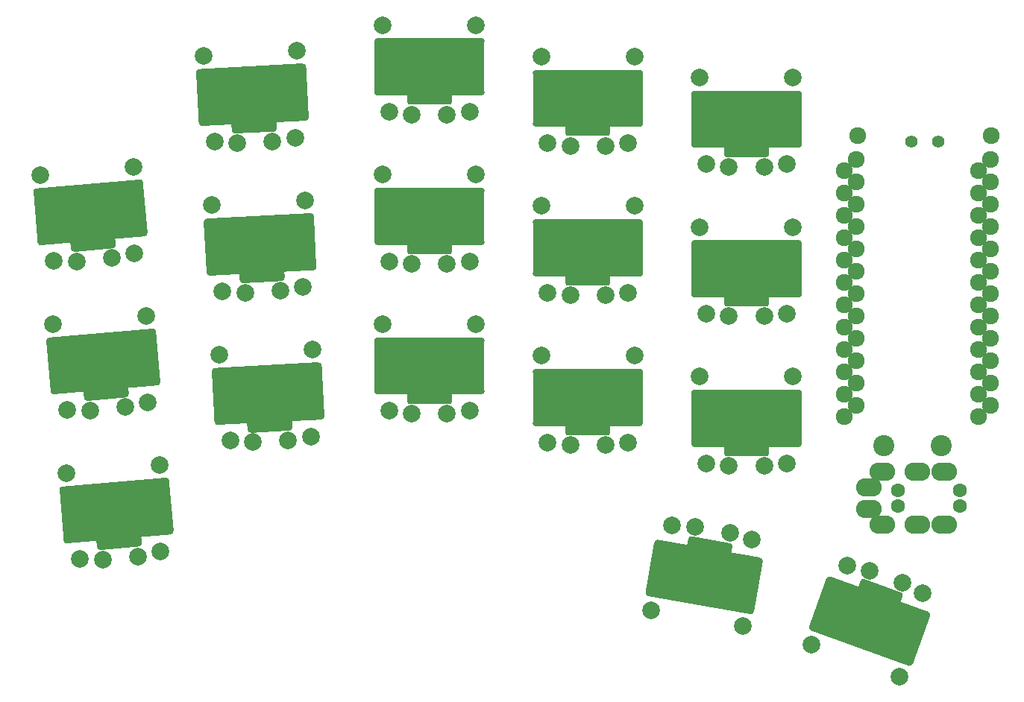
<source format=gbs>
G04 #@! TF.GenerationSoftware,KiCad,Pcbnew,5.1.6*
G04 #@! TF.CreationDate,2020-09-30T09:09:17+01:00*
G04 #@! TF.ProjectId,cradio,63726164-696f-42e6-9b69-6361645f7063,2.1*
G04 #@! TF.SameCoordinates,Original*
G04 #@! TF.FileFunction,Soldermask,Bot*
G04 #@! TF.FilePolarity,Negative*
%FSLAX46Y46*%
G04 Gerber Fmt 4.6, Leading zero omitted, Abs format (unit mm)*
G04 Created by KiCad (PCBNEW 5.1.6) date 2020-09-30 09:09:17*
%MOMM*%
%LPD*%
G01*
G04 APERTURE LIST*
%ADD10C,1.924000*%
%ADD11C,1.400000*%
%ADD12C,2.000000*%
%ADD13O,5.100000X1.400000*%
%ADD14O,0.700000X1.600000*%
%ADD15O,5.100000X0.700000*%
%ADD16O,1.400000X6.300000*%
%ADD17O,0.700000X6.500000*%
%ADD18O,12.500000X0.700000*%
%ADD19O,12.250000X6.300000*%
%ADD20C,2.400000*%
%ADD21O,2.900000X2.100000*%
%ADD22C,1.600000*%
G04 APERTURE END LIST*
D10*
X142370000Y-36742000D03*
X142370000Y-39282000D03*
X142370000Y-41822000D03*
X142370000Y-44362000D03*
X142370000Y-46902000D03*
X142370000Y-49442000D03*
X142370000Y-51982000D03*
X142370000Y-54522000D03*
X142370000Y-57062000D03*
X142370000Y-59602000D03*
X142370000Y-62142000D03*
X142370000Y-64682000D03*
X127130000Y-64682000D03*
X127130000Y-62142000D03*
X127130000Y-59602000D03*
X127130000Y-57062000D03*
X127130000Y-54522000D03*
X127130000Y-51982000D03*
X127130000Y-49442000D03*
X127130000Y-46902000D03*
X127130000Y-44362000D03*
X127130000Y-41822000D03*
X127130000Y-39282000D03*
X127130000Y-36742000D03*
X143676400Y-35472000D03*
X143676400Y-38012000D03*
X143676400Y-40552000D03*
X143676400Y-43092000D03*
X143676400Y-45632000D03*
X143676400Y-48172000D03*
X143676400Y-50712000D03*
X143676400Y-53252000D03*
X143676400Y-55792000D03*
X143676400Y-58332000D03*
X143676400Y-60872000D03*
X143676400Y-63412000D03*
X128456400Y-63412000D03*
X128456400Y-60872000D03*
X128456400Y-58332000D03*
X128456400Y-55792000D03*
X128456400Y-53252000D03*
X128456400Y-50712000D03*
X128456400Y-48172000D03*
X128456400Y-45632000D03*
X128456400Y-43092000D03*
X128456400Y-40552000D03*
X128456400Y-38012000D03*
X128456400Y-35472000D03*
X143816400Y-32792000D03*
X128596400Y-32792000D03*
D11*
X134740000Y-33500000D03*
X137740000Y-33500000D03*
G36*
G01*
X109296509Y-79040370D02*
X109296510Y-79040370D01*
G75*
G02*
X110107429Y-78472559I689365J-121554D01*
G01*
X113751217Y-79115057D01*
G75*
G02*
X114319028Y-79925976I-121554J-689365D01*
G01*
X114319028Y-79925976D01*
G75*
G02*
X113508109Y-80493787I-689365J121554D01*
G01*
X109864321Y-79851289D01*
G75*
G02*
X109296510Y-79040370I121554J689365D01*
G01*
G37*
G36*
G01*
X109780111Y-78313301D02*
X109780111Y-78313301D01*
G75*
G02*
X110064017Y-78718761I-60777J-344683D01*
G01*
X109907733Y-79605087D01*
G75*
G02*
X109502273Y-79888993I-344683J60777D01*
G01*
X109502273Y-79888993D01*
G75*
G02*
X109218367Y-79483533I60777J344683D01*
G01*
X109374651Y-78597207D01*
G75*
G02*
X109780111Y-78313301I344683J-60777D01*
G01*
G37*
G36*
G01*
X114113265Y-79077353D02*
X114113265Y-79077353D01*
G75*
G02*
X114397171Y-79482813I-60777J-344683D01*
G01*
X114240887Y-80369139D01*
G75*
G02*
X113835427Y-80653045I-344683J60777D01*
G01*
X113835427Y-80653045D01*
G75*
G02*
X113551521Y-80247585I60777J344683D01*
G01*
X113707805Y-79361259D01*
G75*
G02*
X114113265Y-79077353I344683J-60777D01*
G01*
G37*
G36*
G01*
X109374650Y-78597206D02*
X109374650Y-78597206D01*
G75*
G02*
X109780110Y-78313300I344683J-60777D01*
G01*
X114113264Y-79077352D01*
G75*
G02*
X114397170Y-79482812I-60777J-344683D01*
G01*
X114397170Y-79482812D01*
G75*
G02*
X113991710Y-79766718I-344683J60777D01*
G01*
X109658556Y-79002666D01*
G75*
G02*
X109374650Y-78597206I60777J344683D01*
G01*
G37*
G36*
G01*
X115363767Y-86151979D02*
X116214643Y-81326421D01*
G75*
G02*
X117025562Y-80758610I689365J-121554D01*
G01*
X117025562Y-80758610D01*
G75*
G02*
X117593373Y-81569529I-121554J-689365D01*
G01*
X116742497Y-86395087D01*
G75*
G02*
X115931578Y-86962898I-689365J121554D01*
G01*
X115931578Y-86962898D01*
G75*
G02*
X115363767Y-86151979I121554J689365D01*
G01*
G37*
G36*
G01*
X114605465Y-86018270D02*
X115456341Y-81192712D01*
G75*
G02*
X116267260Y-80624901I689365J-121554D01*
G01*
X116267260Y-80624901D01*
G75*
G02*
X116835071Y-81435820I-121554J-689365D01*
G01*
X115984195Y-86261378D01*
G75*
G02*
X115173276Y-86829189I-689365J121554D01*
G01*
X115173276Y-86829189D01*
G75*
G02*
X114605465Y-86018270I121554J689365D01*
G01*
G37*
G36*
G01*
X114221390Y-85950547D02*
X115072266Y-81124989D01*
G75*
G02*
X115883185Y-80557178I689365J-121554D01*
G01*
X115883185Y-80557178D01*
G75*
G02*
X116450996Y-81368097I-121554J-689365D01*
G01*
X115600120Y-86193655D01*
G75*
G02*
X114789201Y-86761466I-689365J121554D01*
G01*
X114789201Y-86761466D01*
G75*
G02*
X114221390Y-85950547I121554J689365D01*
G01*
G37*
G36*
G01*
X105949004Y-84491903D02*
X106799880Y-79666345D01*
G75*
G02*
X107610799Y-79098534I689365J-121554D01*
G01*
X107610799Y-79098534D01*
G75*
G02*
X108178610Y-79909453I-121554J-689365D01*
G01*
X107327734Y-84735011D01*
G75*
G02*
X106516815Y-85302822I-689365J121554D01*
G01*
X106516815Y-85302822D01*
G75*
G02*
X105949004Y-84491903I121554J689365D01*
G01*
G37*
G36*
G01*
X105564929Y-84424180D02*
X106415805Y-79598622D01*
G75*
G02*
X107226724Y-79030811I689365J-121554D01*
G01*
X107226724Y-79030811D01*
G75*
G02*
X107794535Y-79841730I-121554J-689365D01*
G01*
X106943659Y-84667288D01*
G75*
G02*
X106132740Y-85235099I-689365J121554D01*
G01*
X106132740Y-85235099D01*
G75*
G02*
X105564929Y-84424180I121554J689365D01*
G01*
G37*
G36*
G01*
X105953991Y-78704851D02*
X105953991Y-78704851D01*
G75*
G02*
X106237897Y-79110311I-60777J-344683D01*
G01*
X105230737Y-84822195D01*
G75*
G02*
X104825277Y-85106101I-344683J60777D01*
G01*
X104825277Y-85106101D01*
G75*
G02*
X104541371Y-84700641I60777J344683D01*
G01*
X105548531Y-78988757D01*
G75*
G02*
X105953991Y-78704851I344683J-60777D01*
G01*
G37*
G36*
G01*
X117574723Y-80753899D02*
X117574723Y-80753899D01*
G75*
G02*
X117858629Y-81159359I-60777J-344683D01*
G01*
X116851469Y-86871243D01*
G75*
G02*
X116446009Y-87155149I-344683J60777D01*
G01*
X116446009Y-87155149D01*
G75*
G02*
X116162103Y-86749689I60777J344683D01*
G01*
X117169263Y-81037805D01*
G75*
G02*
X117574723Y-80753899I344683J-60777D01*
G01*
G37*
G36*
G01*
X105548532Y-78988757D02*
X105548531Y-78988757D01*
G75*
G02*
X105953991Y-78704851I344683J-60777D01*
G01*
X117574723Y-80753899D01*
G75*
G02*
X117858629Y-81159359I-60777J-344683D01*
G01*
X117858629Y-81159359D01*
G75*
G02*
X117453169Y-81443265I-344683J60777D01*
G01*
X105832437Y-79394217D01*
G75*
G02*
X105548531Y-78988757I60777J344683D01*
G01*
G37*
G36*
G01*
X104541372Y-84700641D02*
X104541371Y-84700641D01*
G75*
G02*
X104946831Y-84416735I344683J-60777D01*
G01*
X116567563Y-86465783D01*
G75*
G02*
X116851469Y-86871243I-60777J-344683D01*
G01*
X116851469Y-86871243D01*
G75*
G02*
X116446009Y-87155149I-344683J60777D01*
G01*
X104825277Y-85106101D01*
G75*
G02*
X104541371Y-84700641I60777J344683D01*
G01*
G37*
G36*
G01*
X104806627Y-84290471D02*
X105657503Y-79464913D01*
G75*
G02*
X106468422Y-78897102I689365J-121554D01*
G01*
X106468422Y-78897102D01*
G75*
G02*
X107036233Y-79708021I-121554J-689365D01*
G01*
X106185357Y-84533579D01*
G75*
G02*
X105374438Y-85101390I-689365J121554D01*
G01*
X105374438Y-85101390D01*
G75*
G02*
X104806627Y-84290471I121554J689365D01*
G01*
G37*
G36*
G01*
X105168053Y-81866405D02*
X105168053Y-81866405D01*
G75*
G02*
X108817189Y-79311253I3102144J-546992D01*
G01*
X114676795Y-80344459D01*
G75*
G02*
X117231947Y-83993595I-546992J-3102144D01*
G01*
X117231947Y-83993595D01*
G75*
G02*
X113582811Y-86548747I-3102144J546992D01*
G01*
X107723205Y-85515541D01*
G75*
G02*
X105168053Y-81866405I546992J3102144D01*
G01*
G37*
D12*
X116596025Y-78702789D03*
X110168085Y-77264742D03*
X107575186Y-77112172D03*
X114107316Y-77959334D03*
X115594652Y-88528172D03*
X105155690Y-86687501D03*
D13*
X116000000Y-68420000D03*
D14*
X113800000Y-68420000D03*
X118200000Y-68420000D03*
D15*
X116000000Y-68870000D03*
D16*
X121360000Y-64920000D03*
X120590000Y-64920000D03*
X120200000Y-64920000D03*
X111800000Y-64920000D03*
X111410000Y-64920000D03*
D17*
X110100000Y-64920000D03*
X121900000Y-64920000D03*
D18*
X116000000Y-67820000D03*
X116000000Y-62020000D03*
D16*
X110640000Y-64920000D03*
D19*
X116000000Y-64920000D03*
D12*
X120580000Y-70020000D03*
X114000000Y-70320000D03*
X111420000Y-70020000D03*
X118000000Y-70320000D03*
X121300000Y-60170000D03*
X110700000Y-60170000D03*
G36*
G01*
X128780855Y-83798925D02*
X128780855Y-83798925D01*
G75*
G02*
X129678054Y-83380554I657785J-239414D01*
G01*
X133154916Y-84646028D01*
G75*
G02*
X133573287Y-85543227I-239414J-657785D01*
G01*
X133573287Y-85543227D01*
G75*
G02*
X132676088Y-85961598I-657785J239414D01*
G01*
X129199226Y-84696124D01*
G75*
G02*
X128780855Y-83798925I239414J657785D01*
G01*
G37*
G36*
G01*
X129383363Y-83166878D02*
X129383363Y-83166878D01*
G75*
G02*
X129592548Y-83615477I-119707J-328892D01*
G01*
X129284730Y-84461201D01*
G75*
G02*
X128836131Y-84670386I-328892J119707D01*
G01*
X128836131Y-84670386D01*
G75*
G02*
X128626946Y-84221787I119707J328892D01*
G01*
X128934764Y-83376063D01*
G75*
G02*
X129383363Y-83166878I328892J-119707D01*
G01*
G37*
G36*
G01*
X133518010Y-84671766D02*
X133518010Y-84671766D01*
G75*
G02*
X133727195Y-85120365I-119707J-328892D01*
G01*
X133419377Y-85966089D01*
G75*
G02*
X132970778Y-86175274I-328892J119707D01*
G01*
X132970778Y-86175274D01*
G75*
G02*
X132761593Y-85726675I119707J328892D01*
G01*
X133069411Y-84880951D01*
G75*
G02*
X133518010Y-84671766I328892J-119707D01*
G01*
G37*
G36*
G01*
X128934764Y-83376063D02*
X128934764Y-83376063D01*
G75*
G02*
X129383363Y-83166878I328892J-119707D01*
G01*
X133518011Y-84671766D01*
G75*
G02*
X133727196Y-85120365I-119707J-328892D01*
G01*
X133727196Y-85120365D01*
G75*
G02*
X133278597Y-85329550I-328892J119707D01*
G01*
X129143949Y-83824662D01*
G75*
G02*
X128934764Y-83376063I119707J328892D01*
G01*
G37*
G36*
G01*
X133521018Y-91856061D02*
X135196916Y-87251567D01*
G75*
G02*
X136094115Y-86833196I657785J-239414D01*
G01*
X136094115Y-86833196D01*
G75*
G02*
X136512486Y-87730395I-239414J-657785D01*
G01*
X134836588Y-92334889D01*
G75*
G02*
X133939389Y-92753260I-657785J239414D01*
G01*
X133939389Y-92753260D01*
G75*
G02*
X133521018Y-91856061I239414J657785D01*
G01*
G37*
G36*
G01*
X132797455Y-91592705D02*
X134473353Y-86988211D01*
G75*
G02*
X135370552Y-86569840I657785J-239414D01*
G01*
X135370552Y-86569840D01*
G75*
G02*
X135788923Y-87467039I-239414J-657785D01*
G01*
X134113025Y-92071533D01*
G75*
G02*
X133215826Y-92489904I-657785J239414D01*
G01*
X133215826Y-92489904D01*
G75*
G02*
X132797455Y-91592705I239414J657785D01*
G01*
G37*
G36*
G01*
X132430975Y-91459318D02*
X134106873Y-86854824D01*
G75*
G02*
X135004072Y-86436453I657785J-239414D01*
G01*
X135004072Y-86436453D01*
G75*
G02*
X135422443Y-87333652I-239414J-657785D01*
G01*
X133746545Y-91938146D01*
G75*
G02*
X132849346Y-92356517I-657785J239414D01*
G01*
X132849346Y-92356517D01*
G75*
G02*
X132430975Y-91459318I239414J657785D01*
G01*
G37*
G36*
G01*
X124537557Y-88586348D02*
X126213455Y-83981854D01*
G75*
G02*
X127110654Y-83563483I657785J-239414D01*
G01*
X127110654Y-83563483D01*
G75*
G02*
X127529025Y-84460682I-239414J-657785D01*
G01*
X125853127Y-89065176D01*
G75*
G02*
X124955928Y-89483547I-657785J239414D01*
G01*
X124955928Y-89483547D01*
G75*
G02*
X124537557Y-88586348I239414J657785D01*
G01*
G37*
G36*
G01*
X124171077Y-88452961D02*
X125846975Y-83848467D01*
G75*
G02*
X126744174Y-83430096I657785J-239414D01*
G01*
X126744174Y-83430096D01*
G75*
G02*
X127162545Y-84327295I-239414J-657785D01*
G01*
X125486647Y-88931789D01*
G75*
G02*
X124589448Y-89350160I-657785J239414D01*
G01*
X124589448Y-89350160D01*
G75*
G02*
X124171077Y-88452961I239414J657785D01*
G01*
G37*
G36*
G01*
X125547379Y-82888080D02*
X125547379Y-82888080D01*
G75*
G02*
X125756564Y-83336679I-119707J-328892D01*
G01*
X123772848Y-88786897D01*
G75*
G02*
X123324249Y-88996082I-328892J119707D01*
G01*
X123324249Y-88996082D01*
G75*
G02*
X123115064Y-88547483I119707J328892D01*
G01*
X125098780Y-83097265D01*
G75*
G02*
X125547379Y-82888080I328892J-119707D01*
G01*
G37*
G36*
G01*
X136635751Y-86923918D02*
X136635751Y-86923918D01*
G75*
G02*
X136844936Y-87372517I-119707J-328892D01*
G01*
X134861220Y-92822735D01*
G75*
G02*
X134412621Y-93031920I-328892J119707D01*
G01*
X134412621Y-93031920D01*
G75*
G02*
X134203436Y-92583321I119707J328892D01*
G01*
X136187152Y-87133103D01*
G75*
G02*
X136635751Y-86923918I328892J-119707D01*
G01*
G37*
G36*
G01*
X125098779Y-83097265D02*
X125098780Y-83097265D01*
G75*
G02*
X125547379Y-82888080I328892J-119707D01*
G01*
X136635751Y-86923918D01*
G75*
G02*
X136844936Y-87372517I-119707J-328892D01*
G01*
X136844936Y-87372517D01*
G75*
G02*
X136396337Y-87581702I-328892J119707D01*
G01*
X125307965Y-83545864D01*
G75*
G02*
X125098780Y-83097265I119707J328892D01*
G01*
G37*
G36*
G01*
X123115063Y-88547483D02*
X123115064Y-88547483D01*
G75*
G02*
X123563663Y-88338298I328892J-119707D01*
G01*
X134652035Y-92374136D01*
G75*
G02*
X134861220Y-92822735I-119707J-328892D01*
G01*
X134861220Y-92822735D01*
G75*
G02*
X134412621Y-93031920I-328892J119707D01*
G01*
X123324249Y-88996082D01*
G75*
G02*
X123115064Y-88547483I119707J328892D01*
G01*
G37*
G36*
G01*
X123447514Y-88189605D02*
X125123412Y-83585111D01*
G75*
G02*
X126020611Y-83166740I657785J-239414D01*
G01*
X126020611Y-83166740D01*
G75*
G02*
X126438982Y-84063939I-239414J-657785D01*
G01*
X124763084Y-88668433D01*
G75*
G02*
X123865885Y-89086804I-657785J239414D01*
G01*
X123865885Y-89086804D01*
G75*
G02*
X123447514Y-88189605I239414J657785D01*
G01*
G37*
G36*
G01*
X124224383Y-85865127D02*
X124224382Y-85865127D01*
G75*
G02*
X128261777Y-83982458I2960032J-1077363D01*
G01*
X133852949Y-86017478D01*
G75*
G02*
X135735618Y-90054873I-1077363J-2960032D01*
G01*
X135735618Y-90054873D01*
G75*
G02*
X131698223Y-91937542I-2960032J1077363D01*
G01*
X126107051Y-89902522D01*
G75*
G02*
X124224382Y-85865127I1077363J2960032D01*
G01*
G37*
X136028095Y-84734020D03*
X129947524Y-82201620D03*
X127420511Y-81601115D03*
X133706294Y-83569700D03*
X133335775Y-94236247D03*
X123375033Y-90610833D03*
D13*
X98000000Y-66045000D03*
D14*
X95800000Y-66045000D03*
X100200000Y-66045000D03*
D15*
X98000000Y-66495000D03*
D16*
X103360000Y-62545000D03*
X102590000Y-62545000D03*
X102200000Y-62545000D03*
X93800000Y-62545000D03*
X93410000Y-62545000D03*
D17*
X92100000Y-62545000D03*
X103900000Y-62545000D03*
D18*
X98000000Y-65445000D03*
X98000000Y-59645000D03*
D16*
X92640000Y-62545000D03*
D19*
X98000000Y-62545000D03*
D12*
X102580000Y-67645000D03*
X96000000Y-67945000D03*
X93420000Y-67645000D03*
X100000000Y-67945000D03*
X103300000Y-57795000D03*
X92700000Y-57795000D03*
D13*
X80000000Y-62470000D03*
D14*
X77800000Y-62470000D03*
X82200000Y-62470000D03*
D15*
X80000000Y-62920000D03*
D16*
X85360000Y-58970000D03*
X84590000Y-58970000D03*
X84200000Y-58970000D03*
X75800000Y-58970000D03*
X75410000Y-58970000D03*
D17*
X74100000Y-58970000D03*
X85900000Y-58970000D03*
D18*
X80000000Y-61870000D03*
X80000000Y-56070000D03*
D16*
X74640000Y-58970000D03*
D19*
X80000000Y-58970000D03*
D12*
X84580000Y-64070000D03*
X78000000Y-64370000D03*
X75420000Y-64070000D03*
X82000000Y-64370000D03*
X85300000Y-54220000D03*
X74700000Y-54220000D03*
G36*
G01*
X59332971Y-65750460D02*
X59332970Y-65750460D01*
G75*
G02*
X59995376Y-65014784I699041J36635D01*
G01*
X63690306Y-64821140D01*
G75*
G02*
X64425982Y-65483546I36635J-699041D01*
G01*
X64425982Y-65483546D01*
G75*
G02*
X63763576Y-66219222I-699041J-36635D01*
G01*
X60068646Y-66412866D01*
G75*
G02*
X59332970Y-65750460I-36635J699041D01*
G01*
G37*
G36*
G01*
X59724360Y-66531046D02*
X59724360Y-66531045D01*
G75*
G02*
X59356522Y-66199843I-18318J349520D01*
G01*
X59309420Y-65301077D01*
G75*
G02*
X59640622Y-64933239I349520J18318D01*
G01*
X59640622Y-64933239D01*
G75*
G02*
X60008460Y-65264441I18318J-349520D01*
G01*
X60055562Y-66163207D01*
G75*
G02*
X59724360Y-66531045I-349520J-18318D01*
G01*
G37*
G36*
G01*
X64118330Y-66300768D02*
X64118330Y-66300767D01*
G75*
G02*
X63750492Y-65969565I-18318J349520D01*
G01*
X63703390Y-65070799D01*
G75*
G02*
X64034592Y-64702961I349520J18318D01*
G01*
X64034592Y-64702961D01*
G75*
G02*
X64402430Y-65034163I18318J-349520D01*
G01*
X64449532Y-65932929D01*
G75*
G02*
X64118330Y-66300767I-349520J-18318D01*
G01*
G37*
G36*
G01*
X59356522Y-66199844D02*
X59356522Y-66199844D01*
G75*
G02*
X59687724Y-65832006I349520J18318D01*
G01*
X64081694Y-65601728D01*
G75*
G02*
X64449532Y-65932930I18318J-349520D01*
G01*
X64449532Y-65932930D01*
G75*
G02*
X64118330Y-66300768I-349520J-18318D01*
G01*
X59724360Y-66531046D01*
G75*
G02*
X59356522Y-66199844I-18318J349520D01*
G01*
G37*
G36*
G01*
X66478136Y-64324557D02*
X66221690Y-59431272D01*
G75*
G02*
X66884096Y-58695596I699041J36635D01*
G01*
X66884096Y-58695596D01*
G75*
G02*
X67619772Y-59358002I36635J-699041D01*
G01*
X67876218Y-64251286D01*
G75*
G02*
X67213812Y-64986962I-699041J-36635D01*
G01*
X67213812Y-64986962D01*
G75*
G02*
X66478136Y-64324556I-36635J699041D01*
G01*
G37*
G36*
G01*
X65709192Y-64364856D02*
X65452746Y-59471571D01*
G75*
G02*
X66115152Y-58735895I699041J36635D01*
G01*
X66115152Y-58735895D01*
G75*
G02*
X66850828Y-59398301I36635J-699041D01*
G01*
X67107274Y-64291585D01*
G75*
G02*
X66444868Y-65027261I-699041J-36635D01*
G01*
X66444868Y-65027261D01*
G75*
G02*
X65709192Y-64364855I-36635J699041D01*
G01*
G37*
G36*
G01*
X65319726Y-64385267D02*
X65063280Y-59491982D01*
G75*
G02*
X65725686Y-58756306I699041J36635D01*
G01*
X65725686Y-58756306D01*
G75*
G02*
X66461362Y-59418712I36635J-699041D01*
G01*
X66717808Y-64311996D01*
G75*
G02*
X66055402Y-65047672I-699041J-36635D01*
G01*
X66055402Y-65047672D01*
G75*
G02*
X65319726Y-64385266I-36635J699041D01*
G01*
G37*
G36*
G01*
X56931238Y-64824889D02*
X56674792Y-59931604D01*
G75*
G02*
X57337198Y-59195928I699041J36635D01*
G01*
X57337198Y-59195928D01*
G75*
G02*
X58072874Y-59858334I36635J-699041D01*
G01*
X58329320Y-64751618D01*
G75*
G02*
X57666914Y-65487294I-699041J-36635D01*
G01*
X57666914Y-65487294D01*
G75*
G02*
X56931238Y-64824888I-36635J699041D01*
G01*
G37*
G36*
G01*
X56541772Y-64845300D02*
X56285326Y-59952015D01*
G75*
G02*
X56947732Y-59216339I699041J36635D01*
G01*
X56947732Y-59216339D01*
G75*
G02*
X57683408Y-59878745I36635J-699041D01*
G01*
X57939854Y-64772029D01*
G75*
G02*
X57277448Y-65507705I-699041J-36635D01*
G01*
X57277448Y-65507705D01*
G75*
G02*
X56541772Y-64845299I-36635J699041D01*
G01*
G37*
G36*
G01*
X55974478Y-65676128D02*
X55974478Y-65676128D01*
G75*
G02*
X55606640Y-65344926I-18318J349520D01*
G01*
X55303092Y-59552874D01*
G75*
G02*
X55634294Y-59185036I349520J18318D01*
G01*
X55634294Y-59185036D01*
G75*
G02*
X56002132Y-59516238I18318J-349520D01*
G01*
X56305680Y-65308290D01*
G75*
G02*
X55974478Y-65676128I-349520J-18318D01*
G01*
G37*
G36*
G01*
X67758306Y-65058564D02*
X67758306Y-65058564D01*
G75*
G02*
X67390468Y-64727362I-18318J349520D01*
G01*
X67086920Y-58935310D01*
G75*
G02*
X67418122Y-58567472I349520J18318D01*
G01*
X67418122Y-58567472D01*
G75*
G02*
X67785960Y-58898674I18318J-349520D01*
G01*
X68089508Y-64690726D01*
G75*
G02*
X67758306Y-65058564I-349520J-18318D01*
G01*
G37*
G36*
G01*
X55606639Y-65344926D02*
X55606640Y-65344926D01*
G75*
G02*
X55937842Y-64977088I349520J18318D01*
G01*
X67721670Y-64359524D01*
G75*
G02*
X68089508Y-64690726I18318J-349520D01*
G01*
X68089508Y-64690726D01*
G75*
G02*
X67758306Y-65058564I-349520J-18318D01*
G01*
X55974478Y-65676128D01*
G75*
G02*
X55606640Y-65344926I-18318J349520D01*
G01*
G37*
G36*
G01*
X55303091Y-59552874D02*
X55303092Y-59552874D01*
G75*
G02*
X55634294Y-59185036I349520J18318D01*
G01*
X67418122Y-58567472D01*
G75*
G02*
X67785960Y-58898674I18318J-349520D01*
G01*
X67785960Y-58898674D01*
G75*
G02*
X67454758Y-59266512I-349520J-18318D01*
G01*
X55670930Y-59884076D01*
G75*
G02*
X55303092Y-59552874I-18318J349520D01*
G01*
G37*
G36*
G01*
X55772828Y-64885599D02*
X55516382Y-59992314D01*
G75*
G02*
X56178788Y-59256638I699041J36635D01*
G01*
X56178788Y-59256638D01*
G75*
G02*
X56914464Y-59919044I36635J-699041D01*
G01*
X57170910Y-64812328D01*
G75*
G02*
X56508504Y-65548004I-699041J-36635D01*
G01*
X56508504Y-65548004D01*
G75*
G02*
X55772828Y-64885598I-36635J699041D01*
G01*
G37*
G36*
G01*
X55579694Y-62442358D02*
X55579694Y-62442357D01*
G75*
G02*
X58560519Y-59131816I3145683J164858D01*
G01*
X64502365Y-58820418D01*
G75*
G02*
X67812906Y-61801243I164858J-3145683D01*
G01*
X67812906Y-61801243D01*
G75*
G02*
X64832081Y-65111784I-3145683J-164858D01*
G01*
X58890235Y-65423182D01*
G75*
G02*
X55579694Y-62442357I-164858J3145683D01*
G01*
G37*
X66536937Y-66975112D03*
X59981655Y-67619071D03*
X57389490Y-67454509D03*
X63976173Y-67409728D03*
X66740441Y-57100929D03*
X56154968Y-57655690D03*
G36*
G01*
X42235649Y-79093728D02*
X42235649Y-79093728D01*
G75*
G02*
X42871976Y-78335383I697336J61009D01*
G01*
X46557896Y-78012907D01*
G75*
G02*
X47316241Y-78649234I61009J-697336D01*
G01*
X47316241Y-78649234D01*
G75*
G02*
X46679914Y-79407579I-697336J-61009D01*
G01*
X42993994Y-79730055D01*
G75*
G02*
X42235649Y-79093728I-61009J697336D01*
G01*
G37*
G36*
G01*
X42654042Y-79860180D02*
X42654042Y-79860180D01*
G75*
G02*
X42274869Y-79542017I-30505J348668D01*
G01*
X42196429Y-78645441D01*
G75*
G02*
X42514592Y-78266268I348668J30505D01*
G01*
X42514592Y-78266268D01*
G75*
G02*
X42893765Y-78584431I30505J-348668D01*
G01*
X42972205Y-79481007D01*
G75*
G02*
X42654042Y-79860180I-348668J-30505D01*
G01*
G37*
G36*
G01*
X47037298Y-79476695D02*
X47037298Y-79476695D01*
G75*
G02*
X46658125Y-79158532I-30505J348668D01*
G01*
X46579685Y-78261956D01*
G75*
G02*
X46897848Y-77882783I348668J30505D01*
G01*
X46897848Y-77882783D01*
G75*
G02*
X47277021Y-78200946I30505J-348668D01*
G01*
X47355461Y-79097522D01*
G75*
G02*
X47037298Y-79476695I-348668J-30505D01*
G01*
G37*
G36*
G01*
X42274869Y-79542016D02*
X42274869Y-79542017D01*
G75*
G02*
X42593032Y-79162844I348668J30505D01*
G01*
X46976288Y-78779358D01*
G75*
G02*
X47355461Y-79097521I30505J-348668D01*
G01*
X47355461Y-79097521D01*
G75*
G02*
X47037298Y-79476694I-348668J-30505D01*
G01*
X42654042Y-79860180D01*
G75*
G02*
X42274869Y-79542017I-30505J348668D01*
G01*
G37*
G36*
G01*
X49326699Y-77419331D02*
X48899636Y-72537977D01*
G75*
G02*
X49535963Y-71779632I697336J61009D01*
G01*
X49535963Y-71779632D01*
G75*
G02*
X50294308Y-72415959I61009J-697336D01*
G01*
X50721372Y-77297313D01*
G75*
G02*
X50085045Y-78055658I-697336J-61009D01*
G01*
X50085045Y-78055658D01*
G75*
G02*
X49326700Y-77419331I-61009J697336D01*
G01*
G37*
G36*
G01*
X48559629Y-77486441D02*
X48132566Y-72605087D01*
G75*
G02*
X48768893Y-71846742I697336J61009D01*
G01*
X48768893Y-71846742D01*
G75*
G02*
X49527238Y-72483069I61009J-697336D01*
G01*
X49954302Y-77364423D01*
G75*
G02*
X49317975Y-78122768I-697336J-61009D01*
G01*
X49317975Y-78122768D01*
G75*
G02*
X48559630Y-77486441I-61009J697336D01*
G01*
G37*
G36*
G01*
X48171113Y-77520432D02*
X47744050Y-72639078D01*
G75*
G02*
X48380377Y-71880733I697336J61009D01*
G01*
X48380377Y-71880733D01*
G75*
G02*
X49138722Y-72517060I61009J-697336D01*
G01*
X49565786Y-77398414D01*
G75*
G02*
X48929459Y-78156759I-697336J-61009D01*
G01*
X48929459Y-78156759D01*
G75*
G02*
X48171114Y-77520432I-61009J697336D01*
G01*
G37*
G36*
G01*
X39803077Y-78252540D02*
X39376014Y-73371186D01*
G75*
G02*
X40012341Y-72612841I697336J61009D01*
G01*
X40012341Y-72612841D01*
G75*
G02*
X40770686Y-73249168I61009J-697336D01*
G01*
X41197750Y-78130522D01*
G75*
G02*
X40561423Y-78888867I-697336J-61009D01*
G01*
X40561423Y-78888867D01*
G75*
G02*
X39803078Y-78252540I-61009J697336D01*
G01*
G37*
G36*
G01*
X39414561Y-78286531D02*
X38987498Y-73405177D01*
G75*
G02*
X39623825Y-72646832I697336J61009D01*
G01*
X39623825Y-72646832D01*
G75*
G02*
X40382170Y-73283159I61009J-697336D01*
G01*
X40809234Y-78164513D01*
G75*
G02*
X40172907Y-78922858I-697336J-61009D01*
G01*
X40172907Y-78922858D01*
G75*
G02*
X39414562Y-78286531I-61009J697336D01*
G01*
G37*
G36*
G01*
X38876607Y-79136652D02*
X38876608Y-79136652D01*
G75*
G02*
X38497435Y-78818489I-30505J348668D01*
G01*
X37991931Y-73040559D01*
G75*
G02*
X38310094Y-72661386I348668J30505D01*
G01*
X38310094Y-72661386D01*
G75*
G02*
X38689267Y-72979549I30505J-348668D01*
G01*
X39194771Y-78757479D01*
G75*
G02*
X38876608Y-79136652I-348668J-30505D01*
G01*
G37*
G36*
G01*
X50631705Y-78108214D02*
X50631706Y-78108214D01*
G75*
G02*
X50252533Y-77790051I-30505J348668D01*
G01*
X49747029Y-72012121D01*
G75*
G02*
X50065192Y-71632948I348668J30505D01*
G01*
X50065192Y-71632948D01*
G75*
G02*
X50444365Y-71951111I30505J-348668D01*
G01*
X50949869Y-77729041D01*
G75*
G02*
X50631706Y-78108214I-348668J-30505D01*
G01*
G37*
G36*
G01*
X38497435Y-78818488D02*
X38497435Y-78818489D01*
G75*
G02*
X38815598Y-78439316I348668J30505D01*
G01*
X50570696Y-77410878D01*
G75*
G02*
X50949869Y-77729041I30505J-348668D01*
G01*
X50949869Y-77729041D01*
G75*
G02*
X50631706Y-78108214I-348668J-30505D01*
G01*
X38876608Y-79136652D01*
G75*
G02*
X38497435Y-78818489I-30505J348668D01*
G01*
G37*
G36*
G01*
X37991931Y-73040558D02*
X37991931Y-73040559D01*
G75*
G02*
X38310094Y-72661386I348668J30505D01*
G01*
X50065192Y-71632948D01*
G75*
G02*
X50444365Y-71951111I30505J-348668D01*
G01*
X50444365Y-71951111D01*
G75*
G02*
X50126202Y-72330284I-348668J-30505D01*
G01*
X38371104Y-73358722D01*
G75*
G02*
X37991931Y-73040559I-30505J348668D01*
G01*
G37*
G36*
G01*
X38647491Y-78353641D02*
X38220428Y-73472287D01*
G75*
G02*
X38856755Y-72713942I697336J61009D01*
G01*
X38856755Y-72713942D01*
G75*
G02*
X39615100Y-73350269I61009J-697336D01*
G01*
X40042164Y-78231623D01*
G75*
G02*
X39405837Y-78989968I-697336J-61009D01*
G01*
X39405837Y-78989968D01*
G75*
G02*
X38647492Y-78353641I-61009J697336D01*
G01*
G37*
G36*
G01*
X38369207Y-75918629D02*
X38369208Y-75918629D01*
G75*
G02*
X41232680Y-72506075I3138013J274541D01*
G01*
X47160038Y-71987499D01*
G75*
G02*
X50572592Y-74850971I274541J-3138013D01*
G01*
X50572592Y-74850971D01*
G75*
G02*
X47709120Y-78263525I-3138013J-274541D01*
G01*
X41781762Y-78782101D01*
G75*
G02*
X38369208Y-75918629I-274541J3138013D01*
G01*
G37*
X49477966Y-80066220D03*
X42949152Y-80938563D03*
X40352823Y-80864566D03*
X46933930Y-80589940D03*
X49336742Y-70190950D03*
X38777078Y-71114801D03*
D13*
X116000000Y-51420000D03*
D14*
X113800000Y-51420000D03*
X118200000Y-51420000D03*
D15*
X116000000Y-51870000D03*
D16*
X121360000Y-47920000D03*
X120590000Y-47920000D03*
X120200000Y-47920000D03*
X111800000Y-47920000D03*
X111410000Y-47920000D03*
D17*
X110100000Y-47920000D03*
X121900000Y-47920000D03*
D18*
X116000000Y-50820000D03*
X116000000Y-45020000D03*
D16*
X110640000Y-47920000D03*
D19*
X116000000Y-47920000D03*
D12*
X120580000Y-53020000D03*
X114000000Y-53320000D03*
X111420000Y-53020000D03*
X118000000Y-53320000D03*
X121300000Y-43170000D03*
X110700000Y-43170000D03*
D13*
X98000000Y-49040000D03*
D14*
X95800000Y-49040000D03*
X100200000Y-49040000D03*
D15*
X98000000Y-49490000D03*
D16*
X103360000Y-45540000D03*
X102590000Y-45540000D03*
X102200000Y-45540000D03*
X93800000Y-45540000D03*
X93410000Y-45540000D03*
D17*
X92100000Y-45540000D03*
X103900000Y-45540000D03*
D18*
X98000000Y-48440000D03*
X98000000Y-42640000D03*
D16*
X92640000Y-45540000D03*
D19*
X98000000Y-45540000D03*
D12*
X102580000Y-50640000D03*
X96000000Y-50940000D03*
X93420000Y-50640000D03*
X100000000Y-50940000D03*
X103300000Y-40790000D03*
X92700000Y-40790000D03*
D13*
X80000000Y-45470000D03*
D14*
X77800000Y-45470000D03*
X82200000Y-45470000D03*
D15*
X80000000Y-45920000D03*
D16*
X85360000Y-41970000D03*
X84590000Y-41970000D03*
X84200000Y-41970000D03*
X75800000Y-41970000D03*
X75410000Y-41970000D03*
D17*
X74100000Y-41970000D03*
X85900000Y-41970000D03*
D18*
X80000000Y-44870000D03*
X80000000Y-39070000D03*
D16*
X74640000Y-41970000D03*
D19*
X80000000Y-41970000D03*
D12*
X84580000Y-47070000D03*
X78000000Y-47370000D03*
X75420000Y-47070000D03*
X82000000Y-47370000D03*
X85300000Y-37220000D03*
X74700000Y-37220000D03*
G36*
G01*
X58442971Y-48768760D02*
X58442970Y-48768760D01*
G75*
G02*
X59105376Y-48033084I699041J36635D01*
G01*
X62800306Y-47839440D01*
G75*
G02*
X63535982Y-48501846I36635J-699041D01*
G01*
X63535982Y-48501846D01*
G75*
G02*
X62873576Y-49237522I-699041J-36635D01*
G01*
X59178646Y-49431166D01*
G75*
G02*
X58442970Y-48768760I-36635J699041D01*
G01*
G37*
G36*
G01*
X58834360Y-49549346D02*
X58834360Y-49549345D01*
G75*
G02*
X58466522Y-49218143I-18318J349520D01*
G01*
X58419420Y-48319377D01*
G75*
G02*
X58750622Y-47951539I349520J18318D01*
G01*
X58750622Y-47951539D01*
G75*
G02*
X59118460Y-48282741I18318J-349520D01*
G01*
X59165562Y-49181507D01*
G75*
G02*
X58834360Y-49549345I-349520J-18318D01*
G01*
G37*
G36*
G01*
X63228330Y-49319068D02*
X63228330Y-49319067D01*
G75*
G02*
X62860492Y-48987865I-18318J349520D01*
G01*
X62813390Y-48089099D01*
G75*
G02*
X63144592Y-47721261I349520J18318D01*
G01*
X63144592Y-47721261D01*
G75*
G02*
X63512430Y-48052463I18318J-349520D01*
G01*
X63559532Y-48951229D01*
G75*
G02*
X63228330Y-49319067I-349520J-18318D01*
G01*
G37*
G36*
G01*
X58466522Y-49218144D02*
X58466522Y-49218144D01*
G75*
G02*
X58797724Y-48850306I349520J18318D01*
G01*
X63191694Y-48620028D01*
G75*
G02*
X63559532Y-48951230I18318J-349520D01*
G01*
X63559532Y-48951230D01*
G75*
G02*
X63228330Y-49319068I-349520J-18318D01*
G01*
X58834360Y-49549346D01*
G75*
G02*
X58466522Y-49218144I-18318J349520D01*
G01*
G37*
G36*
G01*
X65588136Y-47342857D02*
X65331690Y-42449572D01*
G75*
G02*
X65994096Y-41713896I699041J36635D01*
G01*
X65994096Y-41713896D01*
G75*
G02*
X66729772Y-42376302I36635J-699041D01*
G01*
X66986218Y-47269586D01*
G75*
G02*
X66323812Y-48005262I-699041J-36635D01*
G01*
X66323812Y-48005262D01*
G75*
G02*
X65588136Y-47342856I-36635J699041D01*
G01*
G37*
G36*
G01*
X64819192Y-47383156D02*
X64562746Y-42489871D01*
G75*
G02*
X65225152Y-41754195I699041J36635D01*
G01*
X65225152Y-41754195D01*
G75*
G02*
X65960828Y-42416601I36635J-699041D01*
G01*
X66217274Y-47309885D01*
G75*
G02*
X65554868Y-48045561I-699041J-36635D01*
G01*
X65554868Y-48045561D01*
G75*
G02*
X64819192Y-47383155I-36635J699041D01*
G01*
G37*
G36*
G01*
X64429726Y-47403567D02*
X64173280Y-42510282D01*
G75*
G02*
X64835686Y-41774606I699041J36635D01*
G01*
X64835686Y-41774606D01*
G75*
G02*
X65571362Y-42437012I36635J-699041D01*
G01*
X65827808Y-47330296D01*
G75*
G02*
X65165402Y-48065972I-699041J-36635D01*
G01*
X65165402Y-48065972D01*
G75*
G02*
X64429726Y-47403566I-36635J699041D01*
G01*
G37*
G36*
G01*
X56041238Y-47843189D02*
X55784792Y-42949904D01*
G75*
G02*
X56447198Y-42214228I699041J36635D01*
G01*
X56447198Y-42214228D01*
G75*
G02*
X57182874Y-42876634I36635J-699041D01*
G01*
X57439320Y-47769918D01*
G75*
G02*
X56776914Y-48505594I-699041J-36635D01*
G01*
X56776914Y-48505594D01*
G75*
G02*
X56041238Y-47843188I-36635J699041D01*
G01*
G37*
G36*
G01*
X55651772Y-47863600D02*
X55395326Y-42970315D01*
G75*
G02*
X56057732Y-42234639I699041J36635D01*
G01*
X56057732Y-42234639D01*
G75*
G02*
X56793408Y-42897045I36635J-699041D01*
G01*
X57049854Y-47790329D01*
G75*
G02*
X56387448Y-48526005I-699041J-36635D01*
G01*
X56387448Y-48526005D01*
G75*
G02*
X55651772Y-47863599I-36635J699041D01*
G01*
G37*
G36*
G01*
X55084478Y-48694428D02*
X55084478Y-48694428D01*
G75*
G02*
X54716640Y-48363226I-18318J349520D01*
G01*
X54413092Y-42571174D01*
G75*
G02*
X54744294Y-42203336I349520J18318D01*
G01*
X54744294Y-42203336D01*
G75*
G02*
X55112132Y-42534538I18318J-349520D01*
G01*
X55415680Y-48326590D01*
G75*
G02*
X55084478Y-48694428I-349520J-18318D01*
G01*
G37*
G36*
G01*
X66868306Y-48076864D02*
X66868306Y-48076864D01*
G75*
G02*
X66500468Y-47745662I-18318J349520D01*
G01*
X66196920Y-41953610D01*
G75*
G02*
X66528122Y-41585772I349520J18318D01*
G01*
X66528122Y-41585772D01*
G75*
G02*
X66895960Y-41916974I18318J-349520D01*
G01*
X67199508Y-47709026D01*
G75*
G02*
X66868306Y-48076864I-349520J-18318D01*
G01*
G37*
G36*
G01*
X54716639Y-48363226D02*
X54716640Y-48363226D01*
G75*
G02*
X55047842Y-47995388I349520J18318D01*
G01*
X66831670Y-47377824D01*
G75*
G02*
X67199508Y-47709026I18318J-349520D01*
G01*
X67199508Y-47709026D01*
G75*
G02*
X66868306Y-48076864I-349520J-18318D01*
G01*
X55084478Y-48694428D01*
G75*
G02*
X54716640Y-48363226I-18318J349520D01*
G01*
G37*
G36*
G01*
X54413091Y-42571174D02*
X54413092Y-42571174D01*
G75*
G02*
X54744294Y-42203336I349520J18318D01*
G01*
X66528122Y-41585772D01*
G75*
G02*
X66895960Y-41916974I18318J-349520D01*
G01*
X66895960Y-41916974D01*
G75*
G02*
X66564758Y-42284812I-349520J-18318D01*
G01*
X54780930Y-42902376D01*
G75*
G02*
X54413092Y-42571174I-18318J349520D01*
G01*
G37*
G36*
G01*
X54882828Y-47903899D02*
X54626382Y-43010614D01*
G75*
G02*
X55288788Y-42274938I699041J36635D01*
G01*
X55288788Y-42274938D01*
G75*
G02*
X56024464Y-42937344I36635J-699041D01*
G01*
X56280910Y-47830628D01*
G75*
G02*
X55618504Y-48566304I-699041J-36635D01*
G01*
X55618504Y-48566304D01*
G75*
G02*
X54882828Y-47903898I-36635J699041D01*
G01*
G37*
G36*
G01*
X54689694Y-45460658D02*
X54689694Y-45460657D01*
G75*
G02*
X57670519Y-42150116I3145683J164858D01*
G01*
X63612365Y-41838718D01*
G75*
G02*
X66922906Y-44819543I164858J-3145683D01*
G01*
X66922906Y-44819543D01*
G75*
G02*
X63942081Y-48130084I-3145683J-164858D01*
G01*
X58000235Y-48441482D01*
G75*
G02*
X54689694Y-45460657I-164858J3145683D01*
G01*
G37*
X65646937Y-49993412D03*
X59091655Y-50637371D03*
X56499490Y-50472809D03*
X63086173Y-50428028D03*
X65850441Y-40119229D03*
X55264968Y-40673990D03*
G36*
G01*
X40753549Y-62153428D02*
X40753549Y-62153428D01*
G75*
G02*
X41389876Y-61395083I697336J61009D01*
G01*
X45075796Y-61072607D01*
G75*
G02*
X45834141Y-61708934I61009J-697336D01*
G01*
X45834141Y-61708934D01*
G75*
G02*
X45197814Y-62467279I-697336J-61009D01*
G01*
X41511894Y-62789755D01*
G75*
G02*
X40753549Y-62153428I-61009J697336D01*
G01*
G37*
G36*
G01*
X41171942Y-62919880D02*
X41171942Y-62919880D01*
G75*
G02*
X40792769Y-62601717I-30505J348668D01*
G01*
X40714329Y-61705141D01*
G75*
G02*
X41032492Y-61325968I348668J30505D01*
G01*
X41032492Y-61325968D01*
G75*
G02*
X41411665Y-61644131I30505J-348668D01*
G01*
X41490105Y-62540707D01*
G75*
G02*
X41171942Y-62919880I-348668J-30505D01*
G01*
G37*
G36*
G01*
X45555198Y-62536395D02*
X45555198Y-62536395D01*
G75*
G02*
X45176025Y-62218232I-30505J348668D01*
G01*
X45097585Y-61321656D01*
G75*
G02*
X45415748Y-60942483I348668J30505D01*
G01*
X45415748Y-60942483D01*
G75*
G02*
X45794921Y-61260646I30505J-348668D01*
G01*
X45873361Y-62157222D01*
G75*
G02*
X45555198Y-62536395I-348668J-30505D01*
G01*
G37*
G36*
G01*
X40792769Y-62601716D02*
X40792769Y-62601717D01*
G75*
G02*
X41110932Y-62222544I348668J30505D01*
G01*
X45494188Y-61839058D01*
G75*
G02*
X45873361Y-62157221I30505J-348668D01*
G01*
X45873361Y-62157221D01*
G75*
G02*
X45555198Y-62536394I-348668J-30505D01*
G01*
X41171942Y-62919880D01*
G75*
G02*
X40792769Y-62601717I-30505J348668D01*
G01*
G37*
G36*
G01*
X47844599Y-60479031D02*
X47417536Y-55597677D01*
G75*
G02*
X48053863Y-54839332I697336J61009D01*
G01*
X48053863Y-54839332D01*
G75*
G02*
X48812208Y-55475659I61009J-697336D01*
G01*
X49239272Y-60357013D01*
G75*
G02*
X48602945Y-61115358I-697336J-61009D01*
G01*
X48602945Y-61115358D01*
G75*
G02*
X47844600Y-60479031I-61009J697336D01*
G01*
G37*
G36*
G01*
X47077529Y-60546141D02*
X46650466Y-55664787D01*
G75*
G02*
X47286793Y-54906442I697336J61009D01*
G01*
X47286793Y-54906442D01*
G75*
G02*
X48045138Y-55542769I61009J-697336D01*
G01*
X48472202Y-60424123D01*
G75*
G02*
X47835875Y-61182468I-697336J-61009D01*
G01*
X47835875Y-61182468D01*
G75*
G02*
X47077530Y-60546141I-61009J697336D01*
G01*
G37*
G36*
G01*
X46689013Y-60580132D02*
X46261950Y-55698778D01*
G75*
G02*
X46898277Y-54940433I697336J61009D01*
G01*
X46898277Y-54940433D01*
G75*
G02*
X47656622Y-55576760I61009J-697336D01*
G01*
X48083686Y-60458114D01*
G75*
G02*
X47447359Y-61216459I-697336J-61009D01*
G01*
X47447359Y-61216459D01*
G75*
G02*
X46689014Y-60580132I-61009J697336D01*
G01*
G37*
G36*
G01*
X38320977Y-61312240D02*
X37893914Y-56430886D01*
G75*
G02*
X38530241Y-55672541I697336J61009D01*
G01*
X38530241Y-55672541D01*
G75*
G02*
X39288586Y-56308868I61009J-697336D01*
G01*
X39715650Y-61190222D01*
G75*
G02*
X39079323Y-61948567I-697336J-61009D01*
G01*
X39079323Y-61948567D01*
G75*
G02*
X38320978Y-61312240I-61009J697336D01*
G01*
G37*
G36*
G01*
X37932461Y-61346231D02*
X37505398Y-56464877D01*
G75*
G02*
X38141725Y-55706532I697336J61009D01*
G01*
X38141725Y-55706532D01*
G75*
G02*
X38900070Y-56342859I61009J-697336D01*
G01*
X39327134Y-61224213D01*
G75*
G02*
X38690807Y-61982558I-697336J-61009D01*
G01*
X38690807Y-61982558D01*
G75*
G02*
X37932462Y-61346231I-61009J697336D01*
G01*
G37*
G36*
G01*
X37394507Y-62196352D02*
X37394508Y-62196352D01*
G75*
G02*
X37015335Y-61878189I-30505J348668D01*
G01*
X36509831Y-56100259D01*
G75*
G02*
X36827994Y-55721086I348668J30505D01*
G01*
X36827994Y-55721086D01*
G75*
G02*
X37207167Y-56039249I30505J-348668D01*
G01*
X37712671Y-61817179D01*
G75*
G02*
X37394508Y-62196352I-348668J-30505D01*
G01*
G37*
G36*
G01*
X49149605Y-61167914D02*
X49149606Y-61167914D01*
G75*
G02*
X48770433Y-60849751I-30505J348668D01*
G01*
X48264929Y-55071821D01*
G75*
G02*
X48583092Y-54692648I348668J30505D01*
G01*
X48583092Y-54692648D01*
G75*
G02*
X48962265Y-55010811I30505J-348668D01*
G01*
X49467769Y-60788741D01*
G75*
G02*
X49149606Y-61167914I-348668J-30505D01*
G01*
G37*
G36*
G01*
X37015335Y-61878188D02*
X37015335Y-61878189D01*
G75*
G02*
X37333498Y-61499016I348668J30505D01*
G01*
X49088596Y-60470578D01*
G75*
G02*
X49467769Y-60788741I30505J-348668D01*
G01*
X49467769Y-60788741D01*
G75*
G02*
X49149606Y-61167914I-348668J-30505D01*
G01*
X37394508Y-62196352D01*
G75*
G02*
X37015335Y-61878189I-30505J348668D01*
G01*
G37*
G36*
G01*
X36509831Y-56100258D02*
X36509831Y-56100259D01*
G75*
G02*
X36827994Y-55721086I348668J30505D01*
G01*
X48583092Y-54692648D01*
G75*
G02*
X48962265Y-55010811I30505J-348668D01*
G01*
X48962265Y-55010811D01*
G75*
G02*
X48644102Y-55389984I-348668J-30505D01*
G01*
X36889004Y-56418422D01*
G75*
G02*
X36509831Y-56100259I-30505J348668D01*
G01*
G37*
G36*
G01*
X37165391Y-61413341D02*
X36738328Y-56531987D01*
G75*
G02*
X37374655Y-55773642I697336J61009D01*
G01*
X37374655Y-55773642D01*
G75*
G02*
X38133000Y-56409969I61009J-697336D01*
G01*
X38560064Y-61291323D01*
G75*
G02*
X37923737Y-62049668I-697336J-61009D01*
G01*
X37923737Y-62049668D01*
G75*
G02*
X37165392Y-61413341I-61009J697336D01*
G01*
G37*
G36*
G01*
X36887107Y-58978329D02*
X36887108Y-58978329D01*
G75*
G02*
X39750580Y-55565775I3138013J274541D01*
G01*
X45677938Y-55047199D01*
G75*
G02*
X49090492Y-57910671I274541J-3138013D01*
G01*
X49090492Y-57910671D01*
G75*
G02*
X46227020Y-61323225I-3138013J-274541D01*
G01*
X40299662Y-61841801D01*
G75*
G02*
X36887108Y-58978329I-274541J3138013D01*
G01*
G37*
X47995866Y-63125920D03*
X41467052Y-63998263D03*
X38870723Y-63924266D03*
X45451830Y-63649640D03*
X47854642Y-53250650D03*
X37294978Y-54174501D03*
D13*
X116000000Y-34420000D03*
D14*
X113800000Y-34420000D03*
X118200000Y-34420000D03*
D15*
X116000000Y-34870000D03*
D16*
X121360000Y-30920000D03*
X120590000Y-30920000D03*
X120200000Y-30920000D03*
X111800000Y-30920000D03*
X111410000Y-30920000D03*
D17*
X110100000Y-30920000D03*
X121900000Y-30920000D03*
D18*
X116000000Y-33820000D03*
X116000000Y-28020000D03*
D16*
X110640000Y-30920000D03*
D19*
X116000000Y-30920000D03*
D12*
X120580000Y-36020000D03*
X114000000Y-36320000D03*
X111420000Y-36020000D03*
X118000000Y-36320000D03*
X121300000Y-26170000D03*
X110700000Y-26170000D03*
D13*
X98000000Y-32040000D03*
D14*
X95800000Y-32040000D03*
X100200000Y-32040000D03*
D15*
X98000000Y-32490000D03*
D16*
X103360000Y-28540000D03*
X102590000Y-28540000D03*
X102200000Y-28540000D03*
X93800000Y-28540000D03*
X93410000Y-28540000D03*
D17*
X92100000Y-28540000D03*
X103900000Y-28540000D03*
D18*
X98000000Y-31440000D03*
X98000000Y-25640000D03*
D16*
X92640000Y-28540000D03*
D19*
X98000000Y-28540000D03*
D12*
X102580000Y-33640000D03*
X96000000Y-33940000D03*
X93420000Y-33640000D03*
X100000000Y-33940000D03*
X103300000Y-23790000D03*
X92700000Y-23790000D03*
D13*
X80000000Y-28480000D03*
D14*
X77800000Y-28480000D03*
X82200000Y-28480000D03*
D15*
X80000000Y-28930000D03*
D16*
X85360000Y-24980000D03*
X84590000Y-24980000D03*
X84200000Y-24980000D03*
X75800000Y-24980000D03*
X75410000Y-24980000D03*
D17*
X74100000Y-24980000D03*
X85900000Y-24980000D03*
D18*
X80000000Y-27880000D03*
X80000000Y-22080000D03*
D16*
X74640000Y-24980000D03*
D19*
X80000000Y-24980000D03*
D12*
X84580000Y-30080000D03*
X78000000Y-30380000D03*
X75420000Y-30080000D03*
X82000000Y-30380000D03*
X85300000Y-20230000D03*
X74700000Y-20230000D03*
G36*
G01*
X39271849Y-45218128D02*
X39271849Y-45218128D01*
G75*
G02*
X39908176Y-44459783I697336J61009D01*
G01*
X43594096Y-44137307D01*
G75*
G02*
X44352441Y-44773634I61009J-697336D01*
G01*
X44352441Y-44773634D01*
G75*
G02*
X43716114Y-45531979I-697336J-61009D01*
G01*
X40030194Y-45854455D01*
G75*
G02*
X39271849Y-45218128I-61009J697336D01*
G01*
G37*
G36*
G01*
X39690242Y-45984580D02*
X39690242Y-45984580D01*
G75*
G02*
X39311069Y-45666417I-30505J348668D01*
G01*
X39232629Y-44769841D01*
G75*
G02*
X39550792Y-44390668I348668J30505D01*
G01*
X39550792Y-44390668D01*
G75*
G02*
X39929965Y-44708831I30505J-348668D01*
G01*
X40008405Y-45605407D01*
G75*
G02*
X39690242Y-45984580I-348668J-30505D01*
G01*
G37*
G36*
G01*
X44073498Y-45601095D02*
X44073498Y-45601095D01*
G75*
G02*
X43694325Y-45282932I-30505J348668D01*
G01*
X43615885Y-44386356D01*
G75*
G02*
X43934048Y-44007183I348668J30505D01*
G01*
X43934048Y-44007183D01*
G75*
G02*
X44313221Y-44325346I30505J-348668D01*
G01*
X44391661Y-45221922D01*
G75*
G02*
X44073498Y-45601095I-348668J-30505D01*
G01*
G37*
G36*
G01*
X39311069Y-45666416D02*
X39311069Y-45666417D01*
G75*
G02*
X39629232Y-45287244I348668J30505D01*
G01*
X44012488Y-44903758D01*
G75*
G02*
X44391661Y-45221921I30505J-348668D01*
G01*
X44391661Y-45221921D01*
G75*
G02*
X44073498Y-45601094I-348668J-30505D01*
G01*
X39690242Y-45984580D01*
G75*
G02*
X39311069Y-45666417I-30505J348668D01*
G01*
G37*
G36*
G01*
X46362899Y-43543731D02*
X45935836Y-38662377D01*
G75*
G02*
X46572163Y-37904032I697336J61009D01*
G01*
X46572163Y-37904032D01*
G75*
G02*
X47330508Y-38540359I61009J-697336D01*
G01*
X47757572Y-43421713D01*
G75*
G02*
X47121245Y-44180058I-697336J-61009D01*
G01*
X47121245Y-44180058D01*
G75*
G02*
X46362900Y-43543731I-61009J697336D01*
G01*
G37*
G36*
G01*
X45595829Y-43610841D02*
X45168766Y-38729487D01*
G75*
G02*
X45805093Y-37971142I697336J61009D01*
G01*
X45805093Y-37971142D01*
G75*
G02*
X46563438Y-38607469I61009J-697336D01*
G01*
X46990502Y-43488823D01*
G75*
G02*
X46354175Y-44247168I-697336J-61009D01*
G01*
X46354175Y-44247168D01*
G75*
G02*
X45595830Y-43610841I-61009J697336D01*
G01*
G37*
G36*
G01*
X45207313Y-43644832D02*
X44780250Y-38763478D01*
G75*
G02*
X45416577Y-38005133I697336J61009D01*
G01*
X45416577Y-38005133D01*
G75*
G02*
X46174922Y-38641460I61009J-697336D01*
G01*
X46601986Y-43522814D01*
G75*
G02*
X45965659Y-44281159I-697336J-61009D01*
G01*
X45965659Y-44281159D01*
G75*
G02*
X45207314Y-43644832I-61009J697336D01*
G01*
G37*
G36*
G01*
X36839277Y-44376940D02*
X36412214Y-39495586D01*
G75*
G02*
X37048541Y-38737241I697336J61009D01*
G01*
X37048541Y-38737241D01*
G75*
G02*
X37806886Y-39373568I61009J-697336D01*
G01*
X38233950Y-44254922D01*
G75*
G02*
X37597623Y-45013267I-697336J-61009D01*
G01*
X37597623Y-45013267D01*
G75*
G02*
X36839278Y-44376940I-61009J697336D01*
G01*
G37*
G36*
G01*
X36450761Y-44410931D02*
X36023698Y-39529577D01*
G75*
G02*
X36660025Y-38771232I697336J61009D01*
G01*
X36660025Y-38771232D01*
G75*
G02*
X37418370Y-39407559I61009J-697336D01*
G01*
X37845434Y-44288913D01*
G75*
G02*
X37209107Y-45047258I-697336J-61009D01*
G01*
X37209107Y-45047258D01*
G75*
G02*
X36450762Y-44410931I-61009J697336D01*
G01*
G37*
G36*
G01*
X35912807Y-45261052D02*
X35912808Y-45261052D01*
G75*
G02*
X35533635Y-44942889I-30505J348668D01*
G01*
X35028131Y-39164959D01*
G75*
G02*
X35346294Y-38785786I348668J30505D01*
G01*
X35346294Y-38785786D01*
G75*
G02*
X35725467Y-39103949I30505J-348668D01*
G01*
X36230971Y-44881879D01*
G75*
G02*
X35912808Y-45261052I-348668J-30505D01*
G01*
G37*
G36*
G01*
X47667905Y-44232614D02*
X47667906Y-44232614D01*
G75*
G02*
X47288733Y-43914451I-30505J348668D01*
G01*
X46783229Y-38136521D01*
G75*
G02*
X47101392Y-37757348I348668J30505D01*
G01*
X47101392Y-37757348D01*
G75*
G02*
X47480565Y-38075511I30505J-348668D01*
G01*
X47986069Y-43853441D01*
G75*
G02*
X47667906Y-44232614I-348668J-30505D01*
G01*
G37*
G36*
G01*
X35533635Y-44942888D02*
X35533635Y-44942889D01*
G75*
G02*
X35851798Y-44563716I348668J30505D01*
G01*
X47606896Y-43535278D01*
G75*
G02*
X47986069Y-43853441I30505J-348668D01*
G01*
X47986069Y-43853441D01*
G75*
G02*
X47667906Y-44232614I-348668J-30505D01*
G01*
X35912808Y-45261052D01*
G75*
G02*
X35533635Y-44942889I-30505J348668D01*
G01*
G37*
G36*
G01*
X35028131Y-39164958D02*
X35028131Y-39164959D01*
G75*
G02*
X35346294Y-38785786I348668J30505D01*
G01*
X47101392Y-37757348D01*
G75*
G02*
X47480565Y-38075511I30505J-348668D01*
G01*
X47480565Y-38075511D01*
G75*
G02*
X47162402Y-38454684I-348668J-30505D01*
G01*
X35407304Y-39483122D01*
G75*
G02*
X35028131Y-39164959I-30505J348668D01*
G01*
G37*
G36*
G01*
X35683691Y-44478041D02*
X35256628Y-39596687D01*
G75*
G02*
X35892955Y-38838342I697336J61009D01*
G01*
X35892955Y-38838342D01*
G75*
G02*
X36651300Y-39474669I61009J-697336D01*
G01*
X37078364Y-44356023D01*
G75*
G02*
X36442037Y-45114368I-697336J-61009D01*
G01*
X36442037Y-45114368D01*
G75*
G02*
X35683692Y-44478041I-61009J697336D01*
G01*
G37*
G36*
G01*
X35405407Y-42043029D02*
X35405408Y-42043029D01*
G75*
G02*
X38268880Y-38630475I3138013J274541D01*
G01*
X44196238Y-38111899D01*
G75*
G02*
X47608792Y-40975371I274541J-3138013D01*
G01*
X47608792Y-40975371D01*
G75*
G02*
X44745320Y-44387925I-3138013J-274541D01*
G01*
X38817962Y-44906501D01*
G75*
G02*
X35405408Y-42043029I-274541J3138013D01*
G01*
G37*
X46514166Y-46190620D03*
X39985352Y-47062963D03*
X37389023Y-46988966D03*
X43970130Y-46714340D03*
X46372942Y-36315350D03*
X35813278Y-37239201D03*
G36*
G01*
X57553271Y-31792060D02*
X57553270Y-31792060D01*
G75*
G02*
X58215676Y-31056384I699041J36635D01*
G01*
X61910606Y-30862740D01*
G75*
G02*
X62646282Y-31525146I36635J-699041D01*
G01*
X62646282Y-31525146D01*
G75*
G02*
X61983876Y-32260822I-699041J-36635D01*
G01*
X58288946Y-32454466D01*
G75*
G02*
X57553270Y-31792060I-36635J699041D01*
G01*
G37*
G36*
G01*
X57944660Y-32572646D02*
X57944660Y-32572645D01*
G75*
G02*
X57576822Y-32241443I-18318J349520D01*
G01*
X57529720Y-31342677D01*
G75*
G02*
X57860922Y-30974839I349520J18318D01*
G01*
X57860922Y-30974839D01*
G75*
G02*
X58228760Y-31306041I18318J-349520D01*
G01*
X58275862Y-32204807D01*
G75*
G02*
X57944660Y-32572645I-349520J-18318D01*
G01*
G37*
G36*
G01*
X62338630Y-32342368D02*
X62338630Y-32342367D01*
G75*
G02*
X61970792Y-32011165I-18318J349520D01*
G01*
X61923690Y-31112399D01*
G75*
G02*
X62254892Y-30744561I349520J18318D01*
G01*
X62254892Y-30744561D01*
G75*
G02*
X62622730Y-31075763I18318J-349520D01*
G01*
X62669832Y-31974529D01*
G75*
G02*
X62338630Y-32342367I-349520J-18318D01*
G01*
G37*
G36*
G01*
X57576822Y-32241444D02*
X57576822Y-32241444D01*
G75*
G02*
X57908024Y-31873606I349520J18318D01*
G01*
X62301994Y-31643328D01*
G75*
G02*
X62669832Y-31974530I18318J-349520D01*
G01*
X62669832Y-31974530D01*
G75*
G02*
X62338630Y-32342368I-349520J-18318D01*
G01*
X57944660Y-32572646D01*
G75*
G02*
X57576822Y-32241444I-18318J349520D01*
G01*
G37*
G36*
G01*
X64698436Y-30366157D02*
X64441990Y-25472872D01*
G75*
G02*
X65104396Y-24737196I699041J36635D01*
G01*
X65104396Y-24737196D01*
G75*
G02*
X65840072Y-25399602I36635J-699041D01*
G01*
X66096518Y-30292886D01*
G75*
G02*
X65434112Y-31028562I-699041J-36635D01*
G01*
X65434112Y-31028562D01*
G75*
G02*
X64698436Y-30366156I-36635J699041D01*
G01*
G37*
G36*
G01*
X63929492Y-30406456D02*
X63673046Y-25513171D01*
G75*
G02*
X64335452Y-24777495I699041J36635D01*
G01*
X64335452Y-24777495D01*
G75*
G02*
X65071128Y-25439901I36635J-699041D01*
G01*
X65327574Y-30333185D01*
G75*
G02*
X64665168Y-31068861I-699041J-36635D01*
G01*
X64665168Y-31068861D01*
G75*
G02*
X63929492Y-30406455I-36635J699041D01*
G01*
G37*
G36*
G01*
X63540026Y-30426867D02*
X63283580Y-25533582D01*
G75*
G02*
X63945986Y-24797906I699041J36635D01*
G01*
X63945986Y-24797906D01*
G75*
G02*
X64681662Y-25460312I36635J-699041D01*
G01*
X64938108Y-30353596D01*
G75*
G02*
X64275702Y-31089272I-699041J-36635D01*
G01*
X64275702Y-31089272D01*
G75*
G02*
X63540026Y-30426866I-36635J699041D01*
G01*
G37*
G36*
G01*
X55151538Y-30866489D02*
X54895092Y-25973204D01*
G75*
G02*
X55557498Y-25237528I699041J36635D01*
G01*
X55557498Y-25237528D01*
G75*
G02*
X56293174Y-25899934I36635J-699041D01*
G01*
X56549620Y-30793218D01*
G75*
G02*
X55887214Y-31528894I-699041J-36635D01*
G01*
X55887214Y-31528894D01*
G75*
G02*
X55151538Y-30866488I-36635J699041D01*
G01*
G37*
G36*
G01*
X54762072Y-30886900D02*
X54505626Y-25993615D01*
G75*
G02*
X55168032Y-25257939I699041J36635D01*
G01*
X55168032Y-25257939D01*
G75*
G02*
X55903708Y-25920345I36635J-699041D01*
G01*
X56160154Y-30813629D01*
G75*
G02*
X55497748Y-31549305I-699041J-36635D01*
G01*
X55497748Y-31549305D01*
G75*
G02*
X54762072Y-30886899I-36635J699041D01*
G01*
G37*
G36*
G01*
X54194778Y-31717728D02*
X54194778Y-31717728D01*
G75*
G02*
X53826940Y-31386526I-18318J349520D01*
G01*
X53523392Y-25594474D01*
G75*
G02*
X53854594Y-25226636I349520J18318D01*
G01*
X53854594Y-25226636D01*
G75*
G02*
X54222432Y-25557838I18318J-349520D01*
G01*
X54525980Y-31349890D01*
G75*
G02*
X54194778Y-31717728I-349520J-18318D01*
G01*
G37*
G36*
G01*
X65978606Y-31100164D02*
X65978606Y-31100164D01*
G75*
G02*
X65610768Y-30768962I-18318J349520D01*
G01*
X65307220Y-24976910D01*
G75*
G02*
X65638422Y-24609072I349520J18318D01*
G01*
X65638422Y-24609072D01*
G75*
G02*
X66006260Y-24940274I18318J-349520D01*
G01*
X66309808Y-30732326D01*
G75*
G02*
X65978606Y-31100164I-349520J-18318D01*
G01*
G37*
G36*
G01*
X53826939Y-31386526D02*
X53826940Y-31386526D01*
G75*
G02*
X54158142Y-31018688I349520J18318D01*
G01*
X65941970Y-30401124D01*
G75*
G02*
X66309808Y-30732326I18318J-349520D01*
G01*
X66309808Y-30732326D01*
G75*
G02*
X65978606Y-31100164I-349520J-18318D01*
G01*
X54194778Y-31717728D01*
G75*
G02*
X53826940Y-31386526I-18318J349520D01*
G01*
G37*
G36*
G01*
X53523391Y-25594474D02*
X53523392Y-25594474D01*
G75*
G02*
X53854594Y-25226636I349520J18318D01*
G01*
X65638422Y-24609072D01*
G75*
G02*
X66006260Y-24940274I18318J-349520D01*
G01*
X66006260Y-24940274D01*
G75*
G02*
X65675058Y-25308112I-349520J-18318D01*
G01*
X53891230Y-25925676D01*
G75*
G02*
X53523392Y-25594474I-18318J349520D01*
G01*
G37*
G36*
G01*
X53993128Y-30927199D02*
X53736682Y-26033914D01*
G75*
G02*
X54399088Y-25298238I699041J36635D01*
G01*
X54399088Y-25298238D01*
G75*
G02*
X55134764Y-25960644I36635J-699041D01*
G01*
X55391210Y-30853928D01*
G75*
G02*
X54728804Y-31589604I-699041J-36635D01*
G01*
X54728804Y-31589604D01*
G75*
G02*
X53993128Y-30927198I-36635J699041D01*
G01*
G37*
G36*
G01*
X53799994Y-28483958D02*
X53799994Y-28483957D01*
G75*
G02*
X56780819Y-25173416I3145683J164858D01*
G01*
X62722665Y-24862018D01*
G75*
G02*
X66033206Y-27842843I164858J-3145683D01*
G01*
X66033206Y-27842843D01*
G75*
G02*
X63052381Y-31153384I-3145683J-164858D01*
G01*
X57110535Y-31464782D01*
G75*
G02*
X53799994Y-28483957I-164858J3145683D01*
G01*
G37*
X64757237Y-33016712D03*
X58201955Y-33660671D03*
X55609790Y-33496109D03*
X62196473Y-33451328D03*
X64960741Y-23142529D03*
X54375268Y-23697290D03*
D20*
X138090000Y-68010000D03*
X131590000Y-68010000D03*
D21*
X129932000Y-72760000D03*
X131432000Y-76960000D03*
X135432000Y-76960000D03*
X138432000Y-76960000D03*
D22*
X133232000Y-74860000D03*
X140232000Y-74860000D03*
D21*
X135432000Y-71010000D03*
X138432000Y-71010000D03*
X129932000Y-75210000D03*
X131432000Y-71010000D03*
D22*
X140232000Y-73110000D03*
X133232000Y-73110000D03*
M02*

</source>
